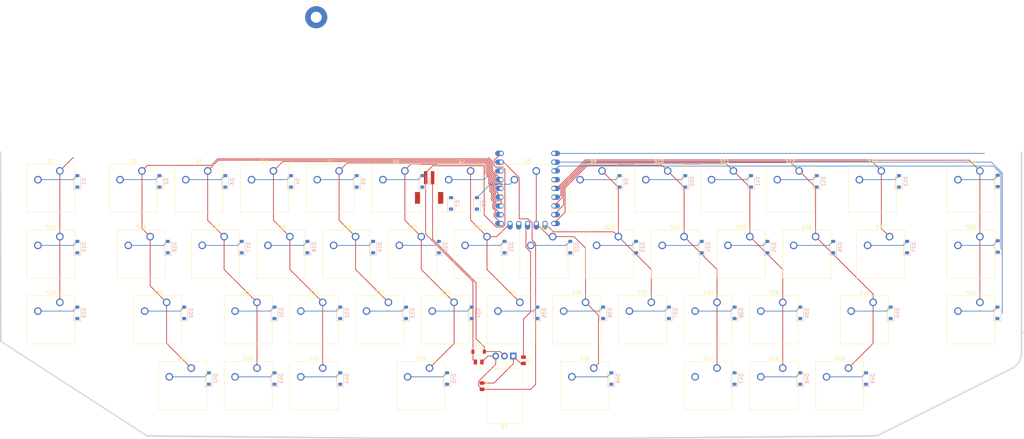
<source format=kicad_pcb>
(kicad_pcb (version 20241229) (generator "pcbnew") (generator_version "9.0")
  (layers (0 "F.Cu" signal) (2 "B.Cu" signal) (13 "F.Paste" user) (15 "B.Paste" user) (5 "F.SilkS" user "F.Silkscreen") (7 "B.SilkS" user "B.Silkscreen") (1 "F.Mask" user) (3 "B.Mask" user) (25 "Edge.Cuts" user))
  (net 0 "")
  (net 1 "Net-(D2-A)")
  (net 2 "col1")
  (net 3 "Net-(D1-A)")
  (net 4 "col2")
  (net 5 "col3")
  (net 6 "Net-(D3-A)")
  (net 7 "Net-(D4-A)")
  (net 8 "col4")
  (net 9 "Net-(D5-A)")
  (net 10 "col5")
  (net 11 "col6")
  (net 12 "Net-(D6-A)")
  (net 13 "col7")
  (net 14 "Net-(D7-A)")
  (net 15 "Net-(D8-A)")
  (net 16 "col8")
  (net 17 "col9")
  (net 18 "Net-(D9-A)")
  (net 19 "Net-(D10-A)")
  (net 20 "col10")
  (net 21 "col11")
  (net 22 "Net-(D11-A)")
  (net 23 "Net-(D12-A)")
  (net 24 "col12")
  (net 25 "Net-(D13-A)")
  (net 26 "Net-(D14-A)")
  (net 27 "Net-(D15-A)")
  (net 28 "Net-(D16-A)")
  (net 29 "Net-(D17-A)")
  (net 30 "Net-(D18-A)")
  (net 31 "Net-(D19-A)")
  (net 32 "Net-(D20-A)")
  (net 33 "Net-(D21-A)")
  (net 34 "Net-(D22-A)")
  (net 35 "Net-(D23-A)")
  (net 36 "Net-(D24-A)")
  (net 37 "Net-(D25-A)")
  (net 38 "Net-(D26-A)")
  (net 39 "Net-(D27-A)")
  (net 40 "Net-(D28-A)")
  (net 41 "Net-(D29-A)")
  (net 42 "Net-(D30-A)")
  (net 43 "Net-(D31-A)")
  (net 44 "Net-(D32-A)")
  (net 45 "Net-(D33-A)")
  (net 46 "Net-(D34-A)")
  (net 47 "Net-(D35-A)")
  (net 48 "Net-(D36-A)")
  (net 49 "Net-(D37-A)")
  (net 50 "Net-(D38-A)")
  (net 51 "Net-(D39-A)")
  (net 52 "Net-(D40-A)")
  (net 53 "Net-(D42-A)")
  (net 54 "Net-(D43-A)")
  (net 55 "col13")
  (net 56 "Net-(D44-A)")
  (net 57 "Net-(D45-A)")
  (net 58 "Net-(D46-A)")
  (net 59 "col0")
  (net 60 "Net-(D47-A)")
  (net 61 "Net-(D48-A)")
  (net 62 "Net-(D49-A)")
  (net 63 "row2")
  (net 64 "row1")
  (net 65 "row3")
  (net 66 "row0")
  (net 67 "Net-(D41-A)")
  (net 68 "/+5V_SOL")
  (net 69 "GND")
  (net 70 "/SOLENOID_EN")
  (net 71 "/COIL_LOW")
  (net 72 "Net-(Q1-G)")
  (footprint "Button_Switch_Keyboard:SW_Cherry_MX_1.00u_PCB" (layer "F.Cu") (at 100.0125 38.1)
    (property "Reference" "S4")
    (property "Value" "W")
  )
  (footprint "Button_Switch_Keyboard:SW_Cherry_MX_1.00u_PCB" (layer "F.Cu") (at 76.2 95.25)
    (property "Reference" "S42")
    (property "Value" "Ctrl")
  )
  (footprint "Button_Switch_Keyboard:SW_Cherry_MX_2.25u_PCB" (layer "F.Cu") (at 145.25625 95.25)
    (property "Reference" "S45")
    (property "Value" "LeftSpace")
  )
  (footprint "Button_Switch_Keyboard:SW_Cherry_MX_1.00u_PCB" (layer "F.Cu") (at 38.1 38.1)
    (property "Reference" "S1")
    (property "Value" "m1")
  )
  (footprint "MountingHole:MountingHole_3.2mm_M3_Pad" (layer "F.Cu") (at 112.42 -6.44)
    (property "Reference" "H1")
    (property "Value" "M3 GND BOLT")
  )
  (footprint "Button_Switch_Keyboard:SW_Cherry_MX_1.25u_PCB" (layer "F.Cu") (at 278.60625 57.15)
    (property "Reference" "S27")
    (property "Value" "Enter")
  )
  (footprint "Capacitor_SMD:C_0805_2012Metric" (layer "F.Cu") (at 159.5 93.5 180)
    (property "Reference" "C1")
    (property "Value" "0.1uF")
  )
  (footprint "Button_Switch_Keyboard:SW_Cherry_MX_1.00u_PCB" (layer "F.Cu") (at 228.6 76.2)
    (property "Reference" "S38")
    (property "Value" ",")
  )
  (footprint "Button_Switch_Keyboard:SW_Cherry_MX_1.00u_PCB" (layer "F.Cu") (at 61.9125 38.1)
    (property "Reference" "S2")
    (property "Value" "Esc")
  )
  (footprint "Button_Switch_Keyboard:SW_Cherry_MX_1.00u_PCB" (layer "F.Cu") (at 138.1125 38.1)
    (property "Reference" "S6")
    (property "Value" "R")
  )
  (footprint "Button_Switch_Keyboard:SW_Cherry_MX_1.00u_PCB" (layer "F.Cu") (at 171.45 76.2)
    (property "Reference" "S35")
    (property "Value" "B")
  )
  (footprint "Button_Switch_Keyboard:SW_Cherry_MX_1.00u_PCB" (layer "F.Cu") (at 190.5 76.2)
    (property "Reference" "S36")
    (property "Value" "N")
  )
  (footprint "Button_Switch_Keyboard:SW_Cherry_MX_1.00u_PCB" (layer "F.Cu") (at 142.875 57.15)
    (property "Reference" "S20")
    (property "Value" "F")
  )
  (footprint "Button_Switch_Keyboard:SW_Cherry_MX_1.00u_PCB" (layer "F.Cu") (at 247.65 76.2)
    (property "Reference" "S39")
    (property "Value" "Up")
  )
  (footprint "Button_Switch_Keyboard:SW_Cherry_MX_1.00u_PCB" (layer "F.Cu") (at 304.8 38.1)
    (property "Reference" "S14")
    (property "Value" "m4")
  )
  (footprint "Button_Switch_Keyboard:SW_Cherry_MX_2.75u_PCB" (layer "F.Cu") (at 192.88125 95.25)
    (property "Reference" "S46")
    (property "Value" "RightSpace")
  )
  (footprint "Button_Switch_Keyboard:SW_Cherry_MX_1.00u_PCB" (layer "F.Cu") (at 214.3125 38.1)
    (property "Reference" "S10")
    (property "Value" "I")
  )
  (footprint "Button_Switch_Keyboard:SW_Cherry_MX_1.00u_PCB" (layer "F.Cu") (at 266.7 95.25)
    (property "Reference" "S49")
    (property "Value" "Right")
  )
  (footprint "Button_Switch_Keyboard:SW_Cherry_MX_1.00u_PCB" (layer "F.Cu") (at 304.8 76.2)
    (property "Reference" "S41")
    (property "Value" "m6")
  )
  (footprint "Diode_SMD:D_SOD-123" (layer "F.Cu") (at 159.5 90.5)
    (property "Reference" "D51")
    (property "Value" "D_Schottky")
  )
  (footprint "Button_Switch_Keyboard:SW_Cherry_MX_1.00u_PCB" (layer "F.Cu") (at 157.1625 38.1)
    (property "Reference" "S7")
    (property "Value" "T")
  )
  (footprint "Button_Switch_Keyboard:SW_Cherry_MX_1.00u_PCB" (layer "F.Cu") (at 219.075 57.15)
    (property "Reference" "S24")
    (property "Value" "K")
  )
  (footprint "Button_Switch_Keyboard:SW_Cherry_MX_1.00u_PCB" (layer "F.Cu") (at 176.2125 38.1)
    (property "Reference" "S8")
    (property "Value" "Y")
  )
  (footprint "Button_Switch_Keyboard:SW_Cherry_MX_1.00u_PCB" (layer "F.Cu") (at 80.9625 38.1)
    (property "Reference" "S3")
    (property "Value" "Q")
  )
  (footprint "Button_Switch_Keyboard:SW_Cherry_MX_1.00u_PCB" (layer "F.Cu") (at 133.35 76.2)
    (property "Reference" "S33")
    (property "Value" "C")
  )
  (footprint "Button_Switch_Keyboard:SW_Cherry_MX_1.00u_PCB" (layer "F.Cu") (at 152.4 76.2)
    (property "Reference" "S34")
    (property "Value" "V")
  )
  (footprint "ScottoKeebs_MCU:RP2040_Zero" (layer "F.Cu") (at 173.6725 43.18)
    (property "Reference" "U1" (hide yes))
    (property "Value" "RP2040_Zero" (hide yes))
  )
  (footprint "ScottoKeebs_Components:Connector_1x02_JST-PH" (layer "F.Cu") (at 145.15 43)
    (property "Reference" "JSOL1" (hide yes))
    (property "Value" "Conn_01x02_Pin")
  )
  (footprint "Button_Switch_Keyboard:SW_Cherry_MX_1.00u_PCB" (layer "F.Cu") (at 38.1 57.15)
    (property "Reference" "S15")
    (property "Value" "m2")
  )
  (footprint "Button_Switch_Keyboard:SW_Cherry_MX_1.00u_PCB" (layer "F.Cu") (at 104.775 57.15)
    (property "Reference" "S18")
    (property "Value" "S")
  )
  (footprint "Button_Switch_Keyboard:SW_Cherry_MX_1.00u_PCB" (layer "F.Cu") (at 95.25 76.2)
    (property "Reference" "S31")
    (property "Value" "Z")
  )
  (footprint "Button_Switch_Keyboard:SW_Cherry_MX_1.00u_PCB" (layer "F.Cu") (at 233.3625 38.1)
    (property "Reference" "S11")
    (property "Value" "O")
  )
  (footprint "Button_Switch_Keyboard:SW_Cherry_MX_1.00u_PCB" (layer "F.Cu") (at 257.175 57.15)
    (property "Reference" "S26")
    (property "Value" ";")
  )
  (footprint "Button_Switch_Keyboard:SW_Cherry_MX_1.00u_PCB" (layer "F.Cu") (at 38.1 76.2)
    (property "Reference" "S29")
    (property "Value" "m3")
  )
  (footprint "Button_Switch_Keyboard:SW_Cherry_MX_1.00u_PCB" (layer "F.Cu") (at 252.4125 38.1)
    (property "Reference" "S12")
    (property "Value" "P")
  )
  (footprint "Resistor_SMD:R_0805_2012Metric" (layer "F.Cu") (at 160.5 100.5 -90)
    (property "Reference" "R2")
    (property "Value" "100k")
  )
  (footprint "Button_Switch_Keyboard:SW_Cherry_MX_1.00u_PCB" (layer "F.Cu") (at 161.925 57.15)
    (property "Reference" "S21")
    (property "Value" "G")
  )
  (footprint "Button_Switch_Keyboard:SW_Cherry_MX_1.75u_PCB" (layer "F.Cu") (at 69.05625 76.2)
    (property "Reference" "S30")
    (property "Value" "Shift")
  )
  (footprint "Package_TO_SOT_THT:TO-220-3_Horizontal_TabDown" (layer "F.Cu") (at 169.54 91.77 180)
    (property "Reference" "Q1")
    (property "Value" "Q_NMOS_GDS")
  )
  (footprint "Button_Switch_Keyboard:SW_Cherry_MX_1.00u_PCB" (layer "F.Cu") (at 228.6 95.25)
    (property "Reference" "S47")
    (property "Value" "Left")
  )
  (footprint "Button_Switch_Keyboard:SW_Cherry_MX_1.00u_PCB" (layer "F.Cu") (at 114.3 76.2)
    (property "Reference" "S32")
    (property "Value" "X")
  )
  (footprint "Button_Switch_Keyboard:SW_Cherry_MX_1.50u_PCB" (layer "F.Cu") (at 276.225 38.1)
    (property "Reference" "S13")
    (property "Value" "Backspace")
  )
  (footprint "Button_Switch_Keyboard:SW_Cherry_MX_1.00u_PCB" (layer "F.Cu") (at 95.25 95.25)
    (property "Reference" "S43")
    (property "Value" "Windows")
  )
  (footprint "Button_Switch_Keyboard:SW_Cherry_MX_1.00u_PCB" (layer "F.Cu") (at 304.8 57.15)
    (property "Reference" "S28")
    (property "Value" "m5")
  )
  (footprint "Button_Switch_Keyboard:SW_Cherry_MX_1.00u_PCB" (layer "F.Cu") (at 238.125 57.15)
    (property "Reference" "S25")
    (property "Value" "L")
  )
  (footprint "Button_Switch_Keyboard:SW_Cherry_MX_1.00u_PCB" (layer "F.Cu") (at 119.0625 38.1)
    (property "Reference" "S5")
    (property "Value" "E")
  )
  (footprint "Button_Switch_Keyboard:SW_Cherry_MX_1.75u_PCB" (layer "F.Cu") (at 273.84375 76.2)
    (property "Reference" "S40")
    (property "Value" "Fn")
  )
  (footprint "Button_Switch_Keyboard:SW_Cherry_MX_1.00u_PCB" (layer "F.Cu") (at 123.825 57.15)
    (property "Reference" "S19")
    (property "Value" "D")
  )
  (footprint "Button_Switch_Keyboard:SW_Cherry_MX_1.00u_PCB" (layer "F.Cu") (at 114.3 95.25)
    (property "Reference" "S44")
    (property "Value" "Alt")
  )
  (footprint "Button_Switch_Keyboard:SW_Cherry_MX_1.25u_PCB" (layer "F.Cu") (at 64.29375 57.15)
    (property "Reference" "S16")
    (property "Value" "Tab")
  )
  (footprint "Button_Switch_Keyboard:SW_Cherry_MX_1.00u_PCB" (layer "F.Cu") (at 247.65 95.25)
    (property "Reference" "S48")
    (property "Value" "Down")
  )
  (footprint "Button_Switch_Keyboard:SW_Cherry_MX_1.00u_PCB" (layer "F.Cu") (at 200.025 57.15)
    (property "Reference" "S23")
    (property "Value" "J")
  )
  (footprint "Button_Switch_Keyboard:SW_Cherry_MX_1.00u_PCB" (layer "F.Cu") (at 209.55 76.2)
    (property "Reference" "S37")
    (property "Value" "M")
  )
  (footprint "Button_Switch_Keyboard:SW_Cherry_MX_1.00u_PCB" (layer "F.Cu") (at 195.2625 38.1)
    (property "Reference" "S9")
    (property "Value" "U")
  )
  (footprint "Button_Switch_Keyboard:SW_Cherry_MX_1.00u_PCB" (layer "F.Cu") (at 85.725 57.15)
    (property "Reference" "S17")
    (property "Value" "A")
  )
  (footprint "Resistor_SMD:R_0805_2012Metric" (layer "F.Cu") (at 172.5 93 -90)
    (property "Reference" "R1")
    (property "Value" "100")
  )
  (footprint "Button_Switch_Keyboard:SW_Cherry_MX_1.00u_PCB" (layer "F.Cu") (at 180.975 57.15)
    (property "Reference" "S22")
    (property "Value" "H")
  )
  (footprint "Diode_SMD:D_SOD-123" (layer "B.Cu") (at 233.68 98.28 90)
    (property "Reference" "D47")
    (property "Value" "Diode")
  )
  (footprint "Diode_SMD:D_SOD-123" (layer "B.Cu") (at 176.53 79.23 90)
    (property "Reference" "D35")
    (property "Value" "Diode")
  )
  (footprint "Diode_SMD:D_SOD-123" (layer "B.Cu") (at 100.33 79.23 90)
    (property "Reference" "D31")
    (property "Value" "Diode")
  )
  (footprint "Diode_SMD:D_SOD-123" (layer "B.Cu") (at 157.48 79.23 90)
    (property "Reference" "D34")
    (property "Value" "Diode")
  )
  (footprint "Diode_SMD:D_SOD-123" (layer "B.Cu") (at 283.68625 60.18 90)
    (property "Reference" "D27")
    (property "Value" "Diode")
  )
  (footprint "Diode_SMD:D_SOD-123" (layer "B.Cu") (at 224.155 60.18 90)
    (property "Reference" "D24")
    (property "Value" "Diode")
  )
  (footprint "Diode_SMD:D_SOD-123" (layer "B.Cu") (at 205.105 60.18 90)
    (property "Reference" "D23")
    (property "Value" "Diode")
  )
  (footprint "Diode_SMD:D_SOD-123" (layer "B.Cu") (at 243.205 60.18 90)
    (property "Reference" "D25")
    (property "Value" "Diode")
  )
  (footprint "Diode_SMD:D_SOD-123" (layer "B.Cu") (at 128.905 60.18 90)
    (property "Reference" "D19")
    (property "Value" "Diode")
  )
  (footprint "Diode_SMD:D_SOD-123" (layer "B.Cu") (at 309.88 79.23 90)
    (property "Reference" "D41" (hide yes))
    (property "Value" "Diode")
  )
  (footprint "Diode_SMD:D_SOD-123" (layer "B.Cu") (at 43.18 79.23 90)
    (property "Reference" "D29")
    (property "Value" "Diode")
  )
  (footprint "Diode_SMD:D_SOD-123" (layer "B.Cu") (at 69.37375 60.18 90)
    (property "Reference" "D16")
    (property "Value" "Diode")
  )
  (footprint "Diode_SMD:D_SOD-123" (layer "B.Cu") (at 271.78 98.28 90)
    (property "Reference" "D49")
    (property "Value" "Diode")
  )
  (footprint "Diode_SMD:D_SOD-123" (layer "B.Cu") (at 195.58 79.23 90)
    (property "Reference" "D36")
    (property "Value" "Diode")
  )
  (footprint "Diode_SMD:D_SOD-123" (layer "B.Cu") (at 150.33625 98.28 90)
    (property "Reference" "D45")
    (property "Value" "Diode")
  )
  (footprint "Diode_SMD:D_SOD-123" (layer "B.Cu") (at 159 47.5 90)
    (property "Reference" "D8")
    (property "Value" "Diode")
  )
  (footprint "Diode_SMD:D_SOD-123" (layer "B.Cu") (at 43.18 41.13 90)
    (property "Reference" "D1")
    (property "Value" "Diode")
  )
  (footprint "Diode_SMD:D_SOD-123" (layer "B.Cu") (at 252.73 98.28 90)
    (property "Reference" "D48")
    (property "Value" "Diode")
  )
  (footprint "Diode_SMD:D_SOD-123" (layer "B.Cu") (at 119.38 98.28 90)
    (property "Reference" "D44")
    (property "Value" "Diode")
  )
  (footprint "Diode_SMD:D_SOD-123" (layer "B.Cu") (at 90.805 60.18 90)
    (property "Reference" "D17")
    (property "Value" "Diode")
  )
  (footprint "Diode_SMD:D_SOD-123" (layer "B.Cu") (at 124.1425 41.13 90)
    (property "Reference" "D5")
    (property "Value" "Diode")
  )
  (footprint "Diode_SMD:D_SOD-123" (layer "B.Cu") (at 186.055 60.18 90)
    (property "Reference" "D22")
    (property "Value" "Diode")
  )
  (footprint "Diode_SMD:D_SOD-123" (layer "B.Cu") (at 66.9925 41.13 90)
    (property "Reference" "D2")
    (property "Value" "Diode")
  )
  (footprint "Diode_SMD:D_SOD-123" (layer "B.Cu") (at 147.955 60.18 90)
    (property "Reference" "D20")
    (property "Value" "Diode")
  )
  (footprint "Diode_SMD:D_SOD-123" (layer "B.Cu") (at 257.4925 41.13 90)
    (property "Reference" "D12")
    (property "Value" "Diode")
  )
  (footprint "Diode_SMD:D_SOD-123" (layer "B.Cu") (at 119.38 79.23 90)
    (property "Reference" "D32")
    (property "Value" "Diode")
  )
  (footprint "Diode_SMD:D_SOD-123" (layer "B.Cu") (at 138.43 79.23 90)
    (property "Reference" "D33")
    (property "Value" "Diode")
  )
  (footprint "Diode_SMD:D_SOD-123" (layer "B.Cu") (at 214.63 79.23 90)
    (property "Reference" "D37")
    (property "Value" "Diode")
  )
  (footprint "Diode_SMD:D_SOD-123" (layer "B.Cu") (at 109.855 60.18 90)
    (property "Reference" "D18")
    (property "Value" "Diode")
  )
  (footprint "Diode_SMD:D_SOD-123" (layer "B.Cu") (at 233.68 79.23 90)
    (property "Reference" "D38")
    (property "Value" "Diode")
  )
  (footprint "Diode_SMD:D_SOD-123" (layer "B.Cu") (at 81.28 98.28 90)
    (property "Reference" "D42")
    (property "Value" "Diode")
  )
  (footprint "Diode_SMD:D_SOD-123" (layer "B.Cu") (at 200.3425 41.13 90)
    (property "Reference" "D9")
    (property "Value" "Diode")
  )
  (footprint "Diode_SMD:D_SOD-123" (layer "B.Cu") (at 197.96125 98.28 90)
    (property "Reference" "D46")
    (property "Value" "Diode")
  )
  (footprint "Diode_SMD:D_SOD-123" (layer "B.Cu") (at 105.0925 41.13 90)
    (property "Reference" "D4")
    (property "Value" "Diode")
  )
  (footprint "Diode_SMD:D_SOD-123" (layer "B.Cu") (at 281.305 41.13 90)
    (property "Reference" "D13")
    (property "Value" "Diode")
  )
  (footprint "Diode_SMD:D_SOD-123" (layer "B.Cu") (at 143.1925 41.13 90)
    (property "Reference" "D6")
    (property "Value" "Diode")
  )
  (footprint "Diode_SMD:D_SOD-123" (layer "B.Cu") (at 310 41 90)
    (property "Reference" "D14" (hide yes))
    (property "Value" "Diode")
  )
  (footprint "Diode_SMD:D_SOD-123" (layer "B.Cu") (at 262.255 60.18 90)
    (property "Reference" "D26")
    (property "Value" "Diode")
  )
  (footprint "Diode_SMD:D_SOD-123" (layer "B.Cu") (at 238.4425 41.13 90)
    (property "Reference" "D11")
    (property "Value" "Diode")
  )
  (footprint "Diode_SMD:D_SOD-123" (layer "B.Cu") (at 43.18 60.18 90)
    (property "Reference" "D15")
    (property "Value" "Diode")
  )
  (footprint "Diode_SMD:D_SOD-123" (layer "B.Cu") (at 86.0425 41.13 90)
    (property "Reference" "D3")
    (property "Value" "Diode")
  )
  (footprint "Diode_SMD:D_SOD-123" (layer "B.Cu") (at 167.005 60.18 90)
    (property "Reference" "D21")
    (property "Value" "Diode")
  )
  (footprint "Diode_SMD:D_SOD-123" (layer "B.Cu") (at 219.3925 41.13 90)
    (property "Reference" "D10")
    (property "Value" "Diode")
  )
  (footprint "Diode_SMD:D_SOD-123" (layer "B.Cu") (at 310 60 90)
    (property "Reference" "D28" (hide yes))
    (property "Value" "Diode")
  )
  (footprint "Diode_SMD:D_SOD-123" (layer "B.Cu") (at 100.33 98.28 90)
    (property "Reference" "D43")
    (property "Value" "Diode")
  )
  (footprint "Diode_SMD:D_SOD-123" (layer "B.Cu") (at 278.92375 79.23 90)
    (property "Reference" "D40")
    (property "Value" "Diode")
  )
  (footprint "Diode_SMD:D_SOD-123" (layer "B.Cu") (at 74.13625 79.23 90)
    (property "Reference" "D30")
    (property "Value" "Diode")
  )
  (footprint "Diode_SMD:D_SOD-123" (layer "B.Cu") (at 252.73 79.23 90)
    (property "Reference" "D39")
    (property "Value" "Diode")
  )
  (footprint "Diode_SMD:D_SOD-123" (layer "B.Cu") (at 151.5 47.5 90)
    (property "Reference" "D7")
    (property "Value" "Diode")
  )
  (gr_line (start 21 87.5) (end 20.96 32.629372) (stroke (width 0.4)) (layer "Edge.Cuts"))
  (gr_line (start 274.331764 114.924668) (end 202.527023 115.57) (stroke (width 0.4)) (layer "Edge.Cuts"))
  (gr_line (start 314.41264 95.171883) (end 275.441608 114.657399) (stroke (width 0.4)) (layer "Edge.Cuts"))
  (gr_line (start 202.527023 115.57) (end 130.528867 115.57) (stroke (width 0.4)) (layer "Edge.Cuts"))
  (gr_line (start 316.098795 93.668338) (end 315.066595 94.700539) (stroke (width 0.4)) (layer "Edge.Cuts"))
  (gr_line (start 130.528867 115.57) (end 63.485835 114.924279) (stroke (width 0.4)) (layer "Edge.Cuts"))
  (gr_line (start 316.86 32.629372) (end 316.86 91.830628) (stroke (width 0.4)) (layer "Edge.Cuts"))
  (gr_line (start 63.379989 114.92326) (end 21 87.5) (stroke (width 0.4)) (layer "Edge.Cuts"))
  (gr_line (start 275.441608 114.657399) (end 274.331764 114.924668) (stroke (width 0.4)) (layer "Edge.Cuts"))
  (gr_line (start 315.066595 94.700539) (end 314.41264 95.171883) (stroke (width 0.4)) (layer "Edge.Cuts"))
  (gr_line (start 316.86 91.830628) (end 316.098795 93.668338) (stroke (width 0.4)) (layer "Edge.Cuts"))
  (segment (start 317.5 85) (end 317.461 85) (width 0.2) (layer "F.Cu") (net 0))
  (segment (start 65.8325 40.64) (end 55.5625 40.64) (width 0.2) (layer "B.Cu") (net 1))
  (segment (start 66.9925 39.48) (end 65.8325 40.64) (width 0.2) (layer "B.Cu") (net 1))
  (segment (start 164.0015 40.204662) (end 164.569531 39.636631) (width 0.2) (layer "F.Cu") (net 2))
  (segment (start 166.0525 41.691) (end 164.617162 41.691) (width 0.2) (layer "F.Cu") (net 2))
  (segment (start 69.05625 76.2) (end 69.05625 88.10625) (width 0.2) (layer "F.Cu") (net 2))
  (segment (start 81.9954 36.5) (end 63.5125 36.5) (width 0.2) (layer "F.Cu") (net 2))
  (segment (start 164.0015 41.075338) (end 164.0015 40.204662) (width 0.2) (layer "F.Cu") (net 2))
  (segment (start 64.29375 71.4375) (end 69.05625 76.2) (width 0.2) (layer "F.Cu") (net 2))
  (segment (start 164.617162 41.691) (end 164.0015 41.075338) (width 0.2) (layer "F.Cu") (net 2))
  (segment (start 163.104 38.204938) (end 163.104 35.5386) (width 0.2) (layer "F.Cu") (net 2))
  (segment (start 61.9125 38.1) (end 61.9125 54.76875) (width 0.2) (layer "F.Cu") (net 2))
  (segment (start 164.569531 39.636631) (end 164.4849 39.552) (width 0.2) (layer "F.Cu") (net 2))
  (segment (start 64.29375 57.15) (end 64.29375 71.4375) (width 0.2) (layer "F.Cu") (net 2))
  (segment (start 83.8964 34.599) (end 81.9954 36.5) (width 0.2) (layer "F.Cu") (net 2))
  (segment (start 166.0525 43.18) (end 166.0525 41.691) (width 0.2) (layer "F.Cu") (net 2))
  (segment (start 164.4849 39.552) (end 164.451062 39.552) (width 0.2) (layer "F.Cu") (net 2))
  (segment (start 69.05625 88.10625) (end 76.2 95.25) (width 0.2) (layer "F.Cu") (net 2))
  (segment (start 162.1644 34.599) (end 83.8964 34.599) (width 0.2) (layer "F.Cu") (net 2))
  (segment (start 63.5125 36.5) (end 61.9125 38.1) (width 0.2) (layer "F.Cu") (net 2))
  (segment (start 163.104 35.5386) (end 162.1644 34.599) (width 0.2) (layer "F.Cu") (net 2))
  (segment (start 61.9125 54.76875) (end 64.29375 57.15) (width 0.2) (layer "F.Cu") (net 2))
  (segment (start 164.451062 39.552) (end 163.104 38.204938) (width 0.2) (layer "F.Cu") (net 2))
  (segment (start 43.18 39.48) (end 42.02 40.64) (width 0.2) (layer "B.Cu") (net 3))
  (segment (start 42.02 40.64) (end 31.75 40.64) (width 0.2) (layer "B.Cu") (net 3))
  (segment (start 161.9983 35) (end 84.0625 35) (width 0.2) (layer "F.Cu") (net 4))
  (segment (start 165 44.6675) (end 165 44.231) (width 0.2) (layer "F.Cu") (net 4))
  (segment (start 164.0015 42.744662) (end 164.617162 42.129) (width 0.2) (layer "F.Cu") (net 4))
  (segment (start 166.0525 45.72) (end 165 44.6675) (width 0.2) (layer "F.Cu") (net 4))
  (segment (start 84.0625 35) (end 80.9625 38.1) (width 0.2) (layer "F.Cu") (net 4))
  (segment (start 163.985512 39.65355) (end 162.703 38.371038) (width 0.2) (layer "F.Cu") (net 4))
  (segment (start 163.6005 41.241438) (end 163.6005 40.038562) (width 0.2) (layer "F.Cu") (net 4))
  (segment (start 164.617162 44.231) (end 164.0015 43.615338) (width 0.2) (layer "F.Cu") (net 4))
  (segment (start 165 42.092) (end 164.451062 42.092) (width 0.2) (layer "F.Cu") (net 4))
  (segment (start 164.617162 42.129) (end 165 42.129) (width 0.2) (layer "F.Cu") (net 4))
  (segment (start 165 44.231) (end 164.617162 44.231) (width 0.2) (layer "F.Cu") (net 4))
  (segment (start 85.725 57.15) (end 85.725 66.675) (width 0.2) (layer "F.Cu") (net 4))
  (segment (start 162.703 38.371038) (end 162.703 35.7047) (width 0.2) (layer "F.Cu") (net 4))
  (segment (start 80.9625 38.1) (end 80.9625 52.3875) (width 0.2) (layer "F.Cu") (net 4))
  (segment (start 95.25 76.2) (end 95.25 95.25) (width 0.2) (layer "F.Cu") (net 4))
  (segment (start 80.9625 52.3875) (end 85.725 57.15) (width 0.2) (layer "F.Cu") (net 4))
  (segment (start 85.725 66.675) (end 95.25 76.2) (width 0.2) (layer "F.Cu") (net 4))
  (segment (start 162.703 35.7047) (end 161.9983 35) (width 0.2) (layer "F.Cu") (net 4))
  (segment (start 165 42.129) (end 165 42.092) (width 0.2) (layer "F.Cu") (net 4))
  (segment (start 164.0015 43.615338) (end 164.0015 42.744662) (width 0.2) (layer "F.Cu") (net 4))
  (segment (start 163.6005 40.038562) (end 163.985512 39.65355) (width 0.2) (layer "F.Cu") (net 4))
  (segment (start 164.451062 42.092) (end 163.6005 41.241438) (width 0.2) (layer "F.Cu") (net 4))
  (segment (start 163.1995 39.872462) (end 163.252312 39.81965) (width 0.2) (layer "F.Cu") (net 5))
  (segment (start 163.252312 39.81965) (end 163.252312 39.48745) (width 0.2) (layer "F.Cu") (net 5))
  (segment (start 102.7115 35.401) (end 100.0125 38.1) (width 0.2) (layer "F.Cu") (net 5))
  (segment (start 164.0015 46.155338) (end 164.0015 45.284662) (width 0.2) (layer "F.Cu") (net 5))
  (segment (start 163.6005 42.578562) (end 163.819412 42.35965) (width 0.2) (layer "F.Cu") (net 5))
  (segment (start 166.0525 46.771) (end 164.617162 46.771) (width 0.2) (layer "F.Cu") (net 5))
  (segment (start 104.775 66.675) (end 104.775 57.15) (width 0.2) (layer "F.Cu") (net 5))
  (segment (start 162.302 38.537138) (end 162.302 35.8708) (width 0.2) (layer "F.Cu") (net 5))
  (segment (start 100.0125 52.3875) (end 100.0125 38.1) (width 0.2) (layer "F.Cu") (net 5))
  (segment (start 164.386512 44.89965) (end 164.386512 44.56745) (width 0.2) (layer "F.Cu") (net 5))
  (segment (start 163.819412 42.02745) (end 163.1995 41.407538) (width 0.2) (layer "F.Cu") (net 5))
  (segment (start 163.6005 43.781438) (end 163.6005 42.578562) (width 0.2) (layer "F.Cu") (net 5))
  (segment (start 114.3 95.25) (end 114.3 76.2) (width 0.2) (layer "F.Cu") (net 5))
  (segment (start 164.617162 46.771) (end 164.0015 46.155338) (width 0.2) (layer "F.Cu") (net 5))
  (segment (start 163.252312 39.48745) (end 162.302 38.537138) (width 0.2) (layer "F.Cu") (net 5))
  (segment (start 166.0525 48.26) (end 166.0525 46.771) (width 0.2) (layer "F.Cu") (net 5))
  (segment (start 114.3 76.2) (end 104.775 66.675) (width 0.2) (layer "F.Cu") (net 5))
  (segment (start 104.775 57.15) (end 100.0125 52.3875) (width 0.2) (layer "F.Cu") (net 5))
  (segment (start 164.0015 45.284662) (end 164.386512 44.89965) (width 0.2) (layer "F.Cu") (net 5))
  (segment (start 161.8322 35.401) (end 102.7115 35.401) (width 0.2) (layer "F.Cu") (net 5))
  (segment (start 162.302 35.8708) (end 161.8322 35.401) (width 0.2) (layer "F.Cu") (net 5))
  (segment (start 164.386512 44.56745) (end 163.6005 43.781438) (width 0.2) (layer "F.Cu") (net 5))
  (segment (start 163.819412 42.35965) (end 163.819412 42.02745) (width 0.2) (layer "F.Cu") (net 5))
  (segment (start 163.1995 41.407538) (end 163.1995 39.872462) (width 0.2) (layer "F.Cu") (net 5))
  (segment (start 86.0425 39.48) (end 84.8825 40.64) (width 0.2) (layer "B.Cu") (net 6))
  (segment (start 84.8825 40.64) (end 74.6125 40.64) (width 0.2) (layer "B.Cu") (net 6))
  (segment (start 103.9325 40.64) (end 93.6625 40.64) (width 0.2) (layer "B.Cu") (net 7))
  (segment (start 105.0925 39.48) (end 103.9325 40.64) (width 0.2) (layer "B.Cu") (net 7))
  (segment (start 162.7985 41.573638) (end 162.7985 39.706362) (width 0.2) (layer "F.Cu") (net 8))
  (segment (start 164.5 47.326162) (end 164.5 47.172) (width 0.2) (layer "F.Cu") (net 8))
  (segment (start 123.825 57.15) (end 119.0625 52.3875) (width 0.2) (layer "F.Cu") (net 8))
  (segment (start 163.6005 45.118562) (end 163.985512 44.73355) (width 0.2) (layer "F.Cu") (net 8))
  (segment (start 164.5 49.193838) (end 164.0015 48.695338) (width 0.2) (layer "F.Cu") (net 8))
  (segment (start 133.35 76.2) (end 123.825 66.675) (width 0.2) (layer "F.Cu") (net 8))
  (segment (start 121.3605 35.802) (end 119.0625 38.1) (width 0.2) (layer "F.Cu") (net 8))
  (segment (start 162.851312 39.65355) (end 161.901 38.703238) (width 0.2) (layer "F.Cu") (net 8))
  (segment (start 164.0015 48.695338) (end 164.0015 47.824662) (width 0.2) (layer "F.Cu") (net 8))
  (segment (start 163.985512 44.73355) (end 163.1995 43.947538) (width 0.2) (layer "F.Cu") (net 8))
  (segment (start 163.1995 43.947538) (end 163.1995 42.412462) (width 0.2) (layer "F.Cu") (net 8))
  (segment (start 123.825 66.675) (end 123.825 57.15) (width 0.2) (layer "F.Cu") (net 8))
  (segment (start 163.1995 42.412462) (end 163.418412 42.19355) (width 0.2) (layer "F.Cu") (net 8))
  (segment (start 119.0625 52.3875) (end 119.0625 38.1) (width 0.2) (layer "F.Cu") (net 8))
  (segment (start 164.5 47.172) (end 164.451062 47.172) (width 0.2) (layer "F.Cu") (net 8))
  (segment (start 161.901 38.703238) (end 161.901 36.0369) (width 0.2) (layer "F.Cu") (net 8))
  (segment (start 161.6661 35.802) (end 121.3605 35.802) (width 0.2) (layer "F.Cu") (net 8))
  (segment (start 163.6005 46.321438) (end 163.6005 45.118562) (width 0.2) (layer "F.Cu") (net 8))
  (segment (start 161.901 36.0369) (end 161.6661 35.802) (width 0.2) (layer "F.Cu") (net 8))
  (segment (start 166.0525 50.8) (end 164.5 49.2475) (width 0.2) (layer "F.Cu") (net 8))
  (segment (start 164.451062 47.172) (end 163.6005 46.321438) (width 0.2) (layer "F.Cu") (net 8))
  (segment (start 164.5 49.2475) (end 164.5 49.193838) (width 0.2) (layer "F.Cu") (net 8))
  (segment (start 162.7985 39.706362) (end 162.851312 39.65355) (width 0.2) (layer "F.Cu") (net 8))
  (segment (start 163.418412 42.19355) (end 162.7985 41.573638) (width 0.2) (layer "F.Cu") (net 8))
  (segment (start 164.0015 47.824662) (end 164.5 47.326162) (width 0.2) (layer "F.Cu") (net 8))
  (segment (start 122.9825 40.64) (end 112.7125 40.64) (width 0.2) (layer "B.Cu") (net 9))
  (segment (start 124.1425 39.48) (end 122.9825 40.64) (width 0.2) (layer "B.Cu") (net 9))
  (segment (start 163.985512 47.27355) (end 163.1995 46.487538) (width 0.2) (layer "F.Cu") (net 10))
  (segment (start 163.1995 46.487538) (end 163.1995 44.952462) (width 0.2) (layer "F.Cu") (net 10))
  (segment (start 162.3975 39.766838) (end 161.5 38.869338) (width 0.2) (layer "F.Cu") (net 10))
  (segment (start 163.1995 44.952462) (end 163.418412 44.73355) (width 0.2) (layer "F.Cu") (net 10))
  (segment (start 142.875 57.15) (end 138.1125 52.3875) (width 0.2) (layer "F.Cu") (net 10))
  (segment (start 138.1125 52.3875) (end 138.1125 38.1) (width 0.2) (layer "F.Cu") (net 10))
  (segment (start 161.5 36.203) (end 139.797 36.203) (width 0.2) (layer "F.Cu") (net 10))
  (segment (start 152.4 88.10625) (end 152.4 76.2) (width 0.2) (layer "F.Cu") (net 10))
  (segment (start 164.5 51.7875) (end 164.5 51.733838) (width 0.2) (layer "F.Cu") (net 10))
  (segment (start 163.6005 48.861438) (end 163.6005 47.658562) (width 0.2) (layer "F.Cu") (net 10))
  (segment (start 164.0015 51.235338) (end 164.0015 50.364662) (width 0.2) (layer "F.Cu") (net 10))
  (segment (start 139.797 36.203) (end 138.1125 37.8875) (width 0.2) (layer "F.Cu") (net 10))
  (segment (start 164.5 51.733838) (end 164.0015 51.235338) (width 0.2) (layer "F.Cu") (net 10))
  (segment (start 162.7985 44.113638) (end 162.7985 42.246362) (width 0.2) (layer "F.Cu") (net 10))
  (segment (start 162.3975 41.739738) (end 162.3975 39.766838) (width 0.2) (layer "F.Cu") (net 10))
  (segment (start 162.851312 42.19355) (end 162.3975 41.739738) (width 0.2) (layer "F.Cu") (net 10))
  (segment (start 164.099 49.4136) (end 164.099 49.359938) (width 0.2) (layer "F.Cu") (net 10))
  (segment (start 152.4 76.2) (end 142.875 66.675) (width 0.2) (layer "F.Cu") (net 10))
  (segment (start 164.0015 50.364662) (end 164.525781 49.840381) (width 0.2) (layer "F.Cu") (net 10))
  (segment (start 166.0525 53.34) (end 164.5 51.7875) (width 0.2) (layer "F.Cu") (net 10))
  (segment (start 142.875 66.675) (end 142.875 57.15) (width 0.2) (layer "F.Cu") (net 10))
  (segment (start 145.25625 95.25) (end 152.4 88.10625) (width 0.2) (layer "F.Cu") (net 10))
  (segment (start 163.6005 47.658562) (end 163.985512 47.27355) (width 0.2) (layer "F.Cu") (net 10))
  (segment (start 164.525781 49.840381) (end 164.099 49.4136) (width 0.2) (layer "F.Cu") (net 10))
  (segment (start 161.5 38.869338) (end 161.5 36.203) (width 0.2) (layer "F.Cu") (net 10))
  (segment (start 163.418412 44.73355) (end 162.7985 44.113638) (width 0.2) (layer "F.Cu") (net 10))
  (segment (start 138.1125 37.8875) (end 138.1125 38.1) (width 0.2) (layer "F.Cu") (net 10))
  (segment (start 164.099 49.359938) (end 163.6005 48.861438) (width 0.2) (layer "F.Cu") (net 10))
  (segment (start 162.7985 42.246362) (end 162.851312 42.19355) (width 0.2) (layer "F.Cu") (net 10))
  (segment (start 168.5925 53.34) (end 164.7825 57.15) (width 0.2) (layer "F.Cu") (net 11))
  (segment (start 157.1625 52.3875) (end 157.1625 38.1) (width 0.2) (layer "F.Cu") (net 11))
  (segment (start 161.925 57.15) (end 157.1625 52.3875) (width 0.2) (layer "F.Cu") (net 11))
  (segment (start 162.35 57.15) (end 162.5 57) (width 0.2) (layer "F.Cu") (net 11))
  (segment (start 161.925 57.15) (end 161.925 66.675) (width 0.2) (layer "F.Cu") (net 11))
  (segment (start 164.7825 57.15) (end 161.925 57.15) (width 0.2) (layer "F.Cu") (net 11))
  (segment (start 161.925 66.675) (end 171.45 76.2) (width 0.2) (layer "F.Cu") (net 11))
  (segment (start 161.925 57.15) (end 162.35 57.15) (width 0.2) (layer "F.Cu") (net 11))
  (segment (start 142.0325 40.64) (end 131.7625 40.64) (width 0.2) (layer "B.Cu") (net 12))
  (segment (start 143.1925 39.48) (end 142.0325 40.64) (width 0.2) (layer "B.Cu") (net 12))
  (segment (start 190.5 76.2) (end 190.5 60.5) (width 0.2) (layer "F.Cu") (net 13))
  (segment (start 192.88125 95.25) (end 194.241 93.89025) (width 0.2) (layer "F.Cu") (net 13))
  (segment (start 190.5 60.5) (end 187.15 57.15) (width 0.2) (layer "F.Cu") (net 13))
  (segment (start 194.241 79.941) (end 190.5 76.2) (width 0.2) (layer "F.Cu") (net 13))
  (segment (start 187.15 57.15) (end 180.975 57.15) (width 0.2) (layer "F.Cu") (net 13))
  (segment (start 180.0225 57.15) (end 176.2125 53.34) (width 0.2) (layer "F.Cu") (net 13))
  (segment (start 194.241 93.89025) (end 194.241 79.941) (width 0.2) (layer "F.Cu") (net 13))
  (segment (start 176.2125 53.34) (end 176.2125 38.1) (width 0.2) (layer "F.Cu") (net 13))
  (segment (start 180.975 57.15) (end 180.0225 57.15) (width 0.2) (layer "F.Cu") (net 13))
  (segment (start 161.0825 40.64) (end 150.8125 40.64) (width 0.2) (layer "B.Cu") (net 14))
  (segment (start 162.2425 39.48) (end 161.0825 40.64) (width 0.2) (layer "B.Cu") (net 14))
  (segment (start 162.871 41.979) (end 168.5235 41.979) (width 0.2) (layer "B.Cu") (net 15))
  (segment (start 168.5235 41.979) (end 169.8625 40.64) (width 0.2) (layer "B.Cu") (net 15))
  (segment (start 159 45.85) (end 162.871 41.979) (width 0.2) (layer "B.Cu") (net 15))
  (segment (start 181.1615 55.749) (end 198.624 55.749) (width 0.2) (layer "F.Cu") (net 16))
  (segment (start 209.55 66.675) (end 200.025 57.15) (width 0.2) (layer "F.Cu") (net 16))
  (segment (start 198.624 55.749) (end 200.025 57.15) (width 0.2) (layer "F.Cu") (net 16))
  (segment (start 195.2625 38.1) (end 200.025 42.8625) (width 0.2) (layer "F.Cu") (net 16))
  (segment (start 209.55 76.2) (end 209.55 66.675) (width 0.2) (layer "F.Cu") (net 16))
  (segment (start 200.025 42.8625) (end 200.025 57.15) (width 0.2) (layer "F.Cu") (net 16))
  (segment (start 178.7525 53.34) (end 181.1615 55.749) (width 0.2) (layer "F.Cu") (net 16))
  (segment (start 228.6 66.675) (end 219.075 57.15) (width 0.2) (layer "F.Cu") (net 17))
  (segment (start 184.5465 43.024686) (end 184.5465 50.086) (width 0.2) (layer "F.Cu") (net 17))
  (segment (start 228.6 76.2) (end 228.6 66.675) (width 0.2) (layer "F.Cu") (net 17))
  (segment (start 219.075 57.15) (end 219.075 42.8625) (width 0.2) (layer "F.Cu") (net 17))
  (segment (start 184.5465 50.086) (end 181.2925 53.34) (width 0.2) (layer "F.Cu") (net 17))
  (segment (start 191.071186 36.5) (end 184.5465 43.024686) (width 0.2) (layer "F.Cu") (net 17))
  (segment (start 219.075 42.8625) (end 214.3125 38.1) (width 0.2) (layer "F.Cu") (net 17))
  (segment (start 214.3125 38.1) (end 212.7125 36.5) (width 0.2) (layer "F.Cu") (net 17))
  (segment (start 212.7125 36.5) (end 191.071186 36.5) (width 0.2) (layer "F.Cu") (net 17))
  (segment (start 228.6 76.2) (end 228.6 95.25) (width 0.2) (layer "F.Cu") (net 17))
  (segment (start 199.1825 40.64) (end 188.9125 40.64) (width 0.2) (layer "B.Cu") (net 18))
  (segment (start 200.3425 39.48) (end 199.1825 40.64) (width 0.2) (layer "B.Cu") (net 18))
  (segment (start 219.3925 39.48) (end 218.2325 40.64) (width 0.2) (layer "B.Cu") (net 19))
  (segment (start 218.2325 40.64) (end 207.9625 40.64) (width 0.2) (layer "B.Cu") (net 19))
  (segment (start 247.65 66.675) (end 238.125 57.15) (width 0.2) (layer "F.Cu") (net 20))
  (segment (start 247.65 76.2) (end 247.65 66.675) (width 0.2) (layer "F.Cu") (net 20))
  (segment (start 233.3625 38.1) (end 231.3615 36.099) (width 0.2) (layer "F.Cu") (net 20))
  (segment (start 184.1455 42.858586) (end 184.1455 47.947) (width 0.2) (layer "F.Cu") (net 20))
  (segment (start 247.65 95.25) (end 247.65 76.2) (width 0.2) (layer "F.Cu") (net 20))
  (segment (start 231.3615 36.099) (end 190.905086 36.099) (width 0.2) (layer "F.Cu") (net 20))
  (segment (start 238.125 57.15) (end 238.125 42.8625) (width 0.2) (layer "F.Cu") (net 20))
  (segment (start 238.125 42.8625) (end 233.3625 38.1) (width 0.2) (layer "F.Cu") (net 20))
  (segment (start 184.1455 47.947) (end 181.2925 50.8) (width 0.2) (layer "F.Cu") (net 20))
  (segment (start 190.905086 36.099) (end 184.1455 42.858586) (width 0.2) (layer "F.Cu") (net 20))
  (segment (start 183.7445 45.808) (end 181.2925 48.26) (width 0.2) (layer "F.Cu") (net 21))
  (segment (start 273.84375 88.10625) (end 266.7 95.25) (width 0.2) (layer "F.Cu") (net 21))
  (segment (start 273.84375 73.81875) (end 273.84375 76.2) (width 0.2) (layer "F.Cu") (net 21))
  (segment (start 250.0105 35.698) (end 190.738986 35.698) (width 0.2) (layer "F.Cu") (net 21))
  (segment (start 183.7445 42.692486) (end 183.7445 45.808) (width 0.2) (layer "F.Cu") (net 21))
  (segment (start 257.175 42.8625) (end 257.175 57.15) (width 0.2) (layer "F.Cu") (net 21))
  (segment (start 273.84375 76.2) (end 273.84375 88.10625) (width 0.2) (layer "F.Cu") (net 21))
  (segment (start 190.738986 35.698) (end 183.7445 42.692486) (width 0.2) (layer "F.Cu") (net 21))
  (segment (start 252.4125 38.1) (end 250.0105 35.698) (width 0.2) (layer "F.Cu") (net 21))
  (segment (start 257.175 57.15) (end 273.84375 73.81875) (width 0.2) (layer "F.Cu") (net 21))
  (segment (start 252.4125 38.1) (end 257.175 42.8625) (width 0.2) (layer "F.Cu") (net 21))
  (segment (start 238.4425 39.48) (end 237.2825 40.64) (width 0.2) (layer "B.Cu") (net 22))
  (segment (start 237.2825 40.64) (end 227.0125 40.64) (width 0.2) (layer "B.Cu") (net 22))
  (segment (start 256.3325 40.64) (end 246.0625 40.64) (width 0.2) (layer "B.Cu") (net 23))
  (segment (start 257.4925 39.48) (end 256.3325 40.64) (width 0.2) (layer "B.Cu") (net 23))
  (segment (start 181.2925 45.72) (end 182.78 45.72) (width 0.2) (layer "F.Cu") (net 24))
  (segment (start 183.3435 45.1565) (end 183.3435 42.526386) (width 0.2) (layer "F.Cu") (net 24))
  (segment (start 182.78 45.72) (end 183.3435 45.1565) (width 0.2) (layer "F.Cu") (net 24))
  (segment (start 183.3435 42.526386) (end 190.572886 35.297) (width 0.2) (layer "F.Cu") (net 24))
  (segment (start 190.572886 35.297) (end 273.422 35.297) (width 0.2) (layer "F.Cu") (net 24))
  (segment (start 276.225 38.1) (end 276.225 54.76875) (width 0.2) (layer "F.Cu") (net 24))
  (segment (start 181.2925 45.72) (end 181.2925 45.7925) (width 0.2) (layer "F.Cu") (net 24))
  (segment (start 276.225 54.76875) (end 278.60625 57.15) (width 0.2) (layer "F.Cu") (net 24))
  (segment (start 181.2925 45.7925) (end 181.5 46) (width 0.2) (layer "F.Cu") (net 24))
  (segment (start 273.422 35.297) (end 276.225 38.1) (width 0.2) (layer "F.Cu") (net 24))
  (segment (start 280.145 40.64) (end 269.875 40.64) (width 0.2) (layer "B.Cu") (net 25))
  (segment (start 281.305 39.48) (end 280.145 40.64) (width 0.2) (layer "B.Cu") (net 25))
  (segment (start 308.86 40.64) (end 298.45 40.64) (width 0.2) (layer "B.Cu") (net 26))
  (segment (start 310 39.5) (end 308.86 40.64) (width 0.2) (layer "B.Cu") (net 26))
  (segment (start 310 39.35) (end 310 39.5) (width 0.2) (layer "B.Cu") (net 26))
  (segment (start 42.02 59.69) (end 31.75 59.69) (width 0.2) (layer "B.Cu") (net 27))
  (segment (start 43.18 58.53) (end 42.02 59.69) (width 0.2) (layer "B.Cu") (net 27))
  (segment (start 69.37375 58.53) (end 68.21375 59.69) (width 0.2) (layer "B.Cu") (net 28))
  (segment (start 68.21375 59.69) (end 57.94375 59.69) (width 0.2) (layer "B.Cu") (net 28))
  (segment (start 89.645 59.69) (end 79.375 59.69) (width 0.2) (layer "B.Cu") (net 29))
  (segment (start 90.805 58.53) (end 89.645 59.69) (width 0.2) (layer "B.Cu") (net 29))
  (segment (start 109.855 58.53) (end 108.695 59.69) (width 0.2) (layer "B.Cu") (net 30))
  (segment (start 108.695 59.69) (end 98.425 59.69) (width 0.2) (layer "B.Cu") (net 30))
  (segment (start 127.745 59.69) (end 117.475 59.69) (width 0.2) (layer "B.Cu") (net 31))
  (segment (start 128.905 58.53) (end 127.745 59.69) (width 0.2) (layer "B.Cu") (net 31))
  (segment (start 146.795 59.69) (end 136.525 59.69) (width 0.2) (layer "B.Cu") (net 32))
  (segment (start 147.955 58.53) (end 146.795 59.69) (width 0.2) (layer "B.Cu") (net 32))
  (segment (start 165.845 59.69) (end 155.575 59.69) (width 0.2) (layer "B.Cu") (net 33))
  (segment (start 167.005 58.53) (end 165.845 59.69) (width 0.2) (layer "B.Cu") (net 33))
  (segment (start 186.055 58.53) (end 184.895 59.69) (width 0.2) (layer "B.Cu") (net 34))
  (segment (start 184.895 59.69) (end 174.625 59.69) (width 0.2) (layer "B.Cu") (net 34))
  (segment (start 205.105 58.53) (end 203.945 59.69) (width 0.2) (layer "B.Cu") (net 35))
  (segment (start 203.945 59.69) (end 193.675 59.69) (width 0.2) (layer "B.Cu") (net 35))
  (segment (start 224.155 58.53) (end 222.995 59.69) (width 0.2) (layer "B.Cu") (net 36))
  (segment (start 222.995 59.69) (end 212.725 59.69) (width 0.2) (layer "B.Cu") (net 36))
  (segment (start 242.045 59.69) (end 231.775 59.69) (width 0.2) (layer "B.Cu") (net 37))
  (segment (start 243.205 58.53) (end 242.045 59.69) (width 0.2) (layer "B.Cu") (net 37))
  (segment (start 262.255 58.53) (end 261.095 59.69) (width 0.2) (layer "B.Cu") (net 38))
  (segment (start 261.095 59.69) (end 250.825 59.69) (width 0.2) (layer "B.Cu") (net 38))
  (segment (start 283.68625 58.53) (end 282.52625 59.69) (width 0.2) (layer "B.Cu") (net 39))
  (segment (start 282.52625 59.69) (end 272.25625 59.69) (width 0.2) (layer "B.Cu") (net 39))
  (segment (start 310 58.35) (end 308.66 59.69) (width 0.2) (layer "B.Cu") (net 40))
  (segment (start 308.66 59.69) (end 298.45 59.69) (width 0.2) (layer "B.Cu") (net 40))
  (segment (start 43.18 77.58) (end 42.02 78.74) (width 0.2) (layer "B.Cu") (net 41))
  (segment (start 42.02 78.74) (end 31.75 78.74) (width 0.2) (layer "B.Cu") (net 41))
  (segment (start 72.97625 78.74) (end 62.70625 78.74) (width 0.2) (layer "B.Cu") (net 42))
  (segment (start 74.13625 77.58) (end 72.97625 78.74) (width 0.2) (layer "B.Cu") (net 42))
  (segment (start 99.17 78.74) (end 88.9 78.74) (width 0.2) (layer "B.Cu") (net 43))
  (segment (start 100.33 77.58) (end 99.17 78.74) (width 0.2) (layer "B.Cu") (net 43))
  (segment (start 119.38 77.58) (end 118.22 78.74) (width 0.2) (layer "B.Cu") (net 44))
  (segment (start 118.22 78.74) (end 107.95 78.74) (width 0.2) (layer "B.Cu") (net 44))
  (segment (start 137.27 78.74) (end 127 78.74) (width 0.2) (layer "B.Cu") (net 45))
  (segment (start 138.43 77.58) (end 137.27 78.74) (width 0.2) (layer "B.Cu") (net 45))
  (segment (start 157.48 77.58) (end 156.32 78.74) (width 0.2) (layer "B.Cu") (net 46))
  (segment (start 156.32 78.74) (end 146.05 78.74) (width 0.2) (layer "B.Cu") (net 46))
  (segment (start 175.37 78.74) (end 165.1 78.74) (width 0.2) (layer "B.Cu") (net 47))
  (segment (start 176.53 77.58) (end 175.37 78.74) (width 0.2) (layer "B.Cu") (net 47))
  (segment (start 195.58 77.58) (end 194.42 78.74) (width 0.2) (layer "B.Cu") (net 48))
  (segment (start 194.42 78.74) (end 184.15 78.74) (width 0.2) (layer "B.Cu") (net 48))
  (segment (start 213.47 78.74) (end 203.2 78.74) (width 0.2) (layer "B.Cu") (net 49))
  (segment (start 214.63 77.58) (end 213.47 78.74) (width 0.2) (layer "B.Cu") (net 49))
  (segment (start 233.68 77.58) (end 232.52 78.74) (width 0.2) (layer "B.Cu") (net 50))
  (segment (start 232.52 78.74) (end 222.25 78.74) (width 0.2) (layer "B.Cu") (net 50))
  (segment (start 252.73 77.58) (end 251.57 78.74) (width 0.2) (layer "B.Cu") (net 51))
  (segment (start 251.57 78.74) (end 241.3 78.74) (width 0.2) (layer "B.Cu") (net 51))
  (segment (start 277.76375 78.74) (end 267.49375 78.74) (width 0.2) (layer "B.Cu") (net 52))
  (segment (start 278.92375 77.58) (end 277.76375 78.74) (width 0.2) (layer "B.Cu") (net 52))
  (segment (start 80.12 97.79) (end 69.85 97.79) (width 0.2) (layer "B.Cu") (net 53))
  (segment (start 81.28 96.63) (end 80.12 97.79) (width 0.2) (layer "B.Cu") (net 53))
  (segment (start 100.33 96.63) (end 99.17 97.79) (width 0.2) (layer "B.Cu") (net 54))
  (segment (start 99.17 97.79) (end 88.9 97.79) (width 0.2) (layer "B.Cu") (net 54))
  (segment (start 304.8 38.1) (end 301.7 35) (width 0.2) (layer "F.Cu") (net 55))
  (segment (start 182.82 43.18) (end 181.2925 43.18) (width 0.2) (layer "F.Cu") (net 55))
  (segment (start 304.8 38.1) (end 304.8 76.2) (width 0.2) (layer "F.Cu") (net 55))
  (segment (start 190.406786 34.896) (end 182.9425 42.360286) (width 0.2) (layer "F.Cu") (net 55))
  (segment (start 273.5881 34.896) (end 190.406786 34.896) (width 0.2) (layer "F.Cu") (net 55))
  (segment (start 301.7 35) (end 273.6921 35) (width 0.2) (layer "F.Cu") (net 55))
  (segment (start 182.9425 42.360286) (end 182.9425 43.0575) (width 0.2) (layer "F.Cu") (net 55))
  (segment (start 182.9425 43.0575) (end 182.82 43.18) (width 0.2) (layer "F.Cu") (net 55))
  (segment (start 273.6921 35) (end 273.5881 34.896) (width 0.2) (layer "F.Cu") (net 55))
  (segment (start 119.38 96.63) (end 118.22 97.79) (width 0.2) (layer "B.Cu") (net 56))
  (segment (start 118.22 97.79) (end 107.95 97.79) (width 0.2) (layer "B.Cu") (net 56))
  (segment (start 149.17625 97.79) (end 138.90625 97.79) (width 0.2) (layer "B.Cu") (net 57))
  (segment (start 150.33625 96.63) (end 149.17625 97.79) (width 0.2) (layer "B.Cu") (net 57))
  (segment (start 197.96125 96.63) (end 196.80125 97.79) (width 0.2) (layer "B.Cu") (net 58))
  (segment (start 196.80125 97.79) (end 186.53125 97.79) (width 0.2) (layer "B.Cu") (net 58))
  (segment (start 38.1 57.15) (end 38.1 38.1) (width 0.2) (layer "F.Cu") (net 59))
  (segment (start 164.651 39.151) (end 164.617162 39.151) (width 0.2) (layer "F.Cu") (net 59))
  (segment (start 163.505 38.038838) (end 163.505 35.3725) (width 0.2) (layer "F.Cu") (net 59))
  (segment (start 166.0525 40.5525) (end 164.651 39.151) (width 0.2) (layer "F.Cu") (net 59))
  (segment (start 166.0525 40.64) (end 166.0525 40.5525) (width 0.2) (layer "F.Cu") (net 59))
  (segment (start 164.617162 39.151) (end 163.505 38.038838) (width 0.2) (layer "F.Cu") (net 59))
  (segment (start 42.002 34.198) (end 38.1 38.1) (width 0.2) (layer "F.Cu") (net 59))
  (segment (start 163.505 35.3725) (end 162.3305 34.198) (width 0.2) (layer "F.Cu") (net 59))
  (segment (start 38.1 76.2) (end 38.1 57.15) (width 0.2) (layer "F.Cu") (net 59))
  (segment (start 252.73 96.63) (end 251.57 97.79) (width 0.2) (layer "B.Cu") (net 61))
  (segment (start 251.57 97.79) (end 241.3 97.79) (width 0.2) (layer "B.Cu") (net 61))
  (segment (start 271.78 96.63) (end 270.62 97.79) (width 0.2) (layer "B.Cu") (net 62))
  (segment (start 270.62 97.79) (end 260.35 97.79) (width 0.2) (layer "B.Cu") (net 62))
  (segment (start 308.12721 35.56) (end 181.2925 35.56) (width 0.2) (layer "B.Cu") (net 63))
  (segment (start 311.302 38.73479) (end 308.12721 35.56) (width 0.2) (layer "B.Cu") (net 63))
  (segment (start 311.302 79.458) (end 311.302 38.73479) (width 0.2) (layer "B.Cu") (net 63))
  (segment (start 310.901 38.90089) (end 308.69911 36.699) (width 0.2) (layer "B.Cu") (net 64))
  (segment (start 310.901 60.749) (end 310.901 38.90089) (width 0.2) (layer "B.Cu") (net 64))
  (segment (start 308.69911 36.699) (end 182.6935 36.699) (width 0.2) (layer "B.Cu") (net 64))
  (segment (start 182.6935 36.699) (end 181.2925 38.1) (width 0.2) (layer "B.Cu") (net 64))
  (segment (start 306.15431 33.02) (end 181.2925 33.02) (width 0.2) (layer "B.Cu") (net 65))
  (segment (start 308.72 78.74) (end 298.45 78.74) (width 0.2) (layer "B.Cu") (net 67))
  (segment (start 309.88 77.58) (end 308.72 78.74) (width 0.2) (layer "B.Cu") (net 67))
  (segment (start 164.5 37) (end 164 36.5) (width 0.2) (layer "F.Cu") (net 68))
  (segment (start 144.15 40.07) (end 144.15 38.67) (width 0.2) (layer "F.Cu") (net 68))
  (segment (start 167.1035 53.775338) (end 167.1035 37.6035) (width 0.2) (layer "F.Cu") (net 68))
  (segment (start 144.15 38.67) (end 146.216 36.604) (width 0.2) (layer "F.Cu") (net 68))
  (segment (start 161.099 50.872838) (end 164.617162 54.391) (width 0.2) (layer "F.Cu") (net 68))
  (segment (start 158.55 93.5) (end 157.85 92.8) (width 0.2) (layer "F.Cu") (net 68))
  (segment (start 164 36.5) (end 164 35) (width 0.2) (layer "F.Cu") (net 68))
  (segment (start 164.617162 54.391) (end 166.487838 54.391) (width 0.2) (layer "F.Cu") (net 68))
  (segment (start 157.85 70.143686) (end 144.15 56.443686) (width 0.2) (layer "F.Cu") (net 68))
  (segment (start 161.099 36.604) (end 161.099 50.872838) (width 0.2) (layer "F.Cu") (net 68))
  (segment (start 146.216 36.604) (end 161.099 36.604) (width 0.2) (layer "F.Cu") (net 68))
  (segment (start 164 35) (end 165.98 33.02) (width 0.2) (layer "F.Cu") (net 68))
  (segment (start 166.5 37) (end 164.5 37) (width 0.2) (layer "F.Cu") (net 68))
  (segment (start 144.15 56.443686) (end 144.15 40.07) (width 0.2) (layer "F.Cu") (net 68))
  (segment (start 157.85 92.8) (end 157.85 70.143686) (width 0.2) (layer "F.Cu") (net 68))
  (segment (start 167.1035 37.6035) (end 166.5 37) (width 0.2) (layer "F.Cu") (net 68))
  (segment (start 166.487838 54.391) (end 167.1035 53.775338) (width 0.2) (layer "F.Cu") (net 68))
  (segment (start 165.98 33.02) (end 166.0525 33.02) (width 0.2) (layer "F.Cu") (net 68))
  (segment (start 175 53.181162) (end 175 58.083686) (width 0.2) (layer "F.Cu") (net 69))
  (segment (start 166.763814 35.56) (end 171.2635 40.059686) (width 0.2) (layer "F.Cu") (net 69))
  (segment (start 175 58.083686) (end 176.026 59.109686) (width 0.2) (layer "F.Cu") (net 69))
  (segment (start 166.0525 35.56) (end 166.763814 35.56) (width 0.2) (layer "F.Cu") (net 69))
  (segment (start 162.18 91.77) (end 164.46 91.77) (width 0.2) (layer "F.Cu") (net 69))
  (segment (start 176.026 59.109686) (end 176.026 99.974) (width 0.2) (layer "F.Cu") (net 69))
  (segment (start 171.2635 51.984662) (end 173.8035 51.984662) (width 0.2) (layer "F.Cu") (net 69))
  (segment (start 160.5 101.4125) (end 159.499 100.4115) (width 0.2) (layer "F.Cu") (net 69))
  (segment (start 160.45 93.5) (end 162.18 91.77) (width 0.2) (layer "F.Cu") (net 69))
  (segment (start 164.46 94.12884) (end 164.46 91.77) (width 0.2) (layer "F.Cu") (net 69))
  (segment (start 171.2635 40.059686) (end 171.2635 51.984662) (width 0.2) (layer "F.Cu") (net 69))
  (segment (start 159.499 100.4115) (end 159.499 99.08984) (width 0.2) (layer "F.Cu") (net 69))
  (segment (start 173.8035 51.984662) (end 175 53.181162) (width 0.2) (layer "F.Cu") (net 69))
  (segment (start 159.499 99.08984) (end 164.46 94.12884) (width 0.2) (layer "F.Cu") (net 69))
  (segment (start 176.026 99.974) (end 174.5875 101.4125) (width 0.2) (layer "F.Cu") (net 69))
  (segment (start 174.5875 101.4125) (end 160.5 101.4125) (width 0.2) (layer "F.Cu") (net 69))
  (segment (start 174.556 61.602314) (end 173.224 60.270314) (width 0.2) (layer "F.Cu") (net 70))
  (segment (start 172.5 92.0875) (end 172.5 81.07153) (width 0.2) (layer "F.Cu") (net 70))
  (segment (start 173.224 53.7885) (end 173.6725 53.34) (width 0.2) (layer "F.Cu") (net 70))
  (segment (start 173.224 60.270314) (end 173.224 53.7885) (width 0.2) (layer "F.Cu") (net 70))
  (segment (start 172.5 81.07153) (end 174.556 79.01553) (width 0.2) (layer "F.Cu") (net 70))
  (segment (start 174.556 79.01553) (end 174.556 61.602314) (width 0.2) (layer "F.Cu") (net 70))
  (segment (start 158.751 86.751) (end 161.15 89.15) (width 0.2) (layer "F.Cu") (net 71))
  (segment (start 161.15 90.5) (end 161.15 89.15) (width 0.2) (layer "F.Cu") (net 71))
  (segment (start 146.15 40.07) (end 146.15 57.876586) (width 0.2) (layer "F.Cu") (net 71))
  (segment (start 167 91.77) (end 165.699 90.469) (width 0.2) (layer "F.Cu") (net 71))
  (segment (start 158.751 70.477586) (end 158.751 86.751) (width 0.2) (layer "F.Cu") (net 71))
  (segment (start 146.15 57.876586) (end 158.751 70.477586) (width 0.2) (layer "F.Cu") (net 71))
  (segment (start 165.699 90.469) (end 161.181 90.469) (width 0.2) (layer "F.Cu") (net 71))
  (segment (start 161.181 90.469) (end 161.15 90.5) (width 0.2) (layer "F.Cu") (net 71))
  (segment (start 169.54 91.77) (end 169.54 94) (width 0.2) (layer "F.Cu") (net 72))
  (segment (start 171.6825 93.9125) (end 169.54 91.77) (width 0.2) (layer "F.Cu") (net 72))
  (segment (start 172.5 93.9125) (end 171.6825 93.9125) (width 0.2) (layer "F.Cu") (net 72))
  (segment (start 163.9525 99.5875) (end 169.54 94) (width 0.2) (layer "F.Cu") (net 72))
  (segment (start 160.5 99.5875) (end 163.9525 99.5875) (width 0.2) (layer "F.Cu") (net 72))
)
</source>
